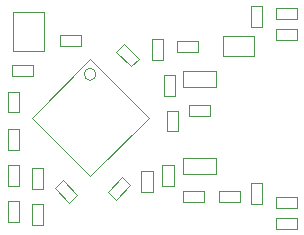
<source format=gbr>
%TF.GenerationSoftware,Altium Limited,Altium Designer,19.0.15 (446)*%
G04 Layer_Color=16711935*
%FSLAX45Y45*%
%MOMM*%
%TF.FileFunction,Other,Mechanical_13*%
%TF.Part,Single*%
G01*
G75*
%TA.AperFunction,NonConductor*%
%ADD45C,0.10000*%
D45*
X10096630Y6594556D02*
G03*
X10096630Y6594556I-50000J0D01*
G01*
X11621900Y6886700D02*
Y6981700D01*
X11796900Y6886700D02*
Y6981700D01*
X11621900D02*
X11796900D01*
X11621900Y6886700D02*
X11796900D01*
X9350500Y6273700D02*
X9445500D01*
X9350500Y6448700D02*
X9445500D01*
X9350500Y6273700D02*
Y6448700D01*
X9445500Y6273700D02*
Y6448700D01*
X9350500Y5652900D02*
X9445500D01*
X9350500Y5827900D02*
X9445500D01*
X9350500Y5652900D02*
Y5827900D01*
X9445500Y5652900D02*
Y5827900D01*
X9386700Y6581900D02*
Y6676900D01*
X9561700Y6581900D02*
Y6676900D01*
X9386700D02*
X9561700D01*
X9386700Y6581900D02*
X9561700D01*
X9553700Y5322700D02*
X9648700D01*
X9553700Y5497700D02*
X9648700D01*
X9553700Y5322700D02*
Y5497700D01*
X9648700Y5322700D02*
Y5497700D01*
X11407900Y5675500D02*
X11502900D01*
X11407900Y5500500D02*
X11502900D01*
Y5675500D01*
X11407900Y5500500D02*
Y5675500D01*
X11009500Y5515100D02*
Y5610100D01*
X10834500Y5515100D02*
Y5610100D01*
Y5515100D02*
X11009500D01*
X10834500Y5610100D02*
X11009500D01*
X10832800Y5886600D02*
X11112800D01*
X10832800Y5746600D02*
X11112800D01*
Y5886600D01*
X10832800Y5746600D02*
Y5886600D01*
X11407900Y7174100D02*
X11502900D01*
X11407900Y6999100D02*
X11502900D01*
Y7174100D01*
X11407900Y6999100D02*
Y7174100D01*
X10658600Y5652900D02*
X10753600D01*
X10658600Y5827900D02*
X10753600D01*
X10658600Y5652900D02*
Y5827900D01*
X10753600Y5652900D02*
Y5827900D01*
X11621900Y7064500D02*
Y7159500D01*
X11796900Y7064500D02*
Y7159500D01*
X11621900D02*
X11796900D01*
X11621900Y7064500D02*
X11796900D01*
X11796900Y5286500D02*
Y5381500D01*
X11621900Y5286500D02*
Y5381500D01*
Y5286500D02*
X11796900D01*
X11621900Y5381500D02*
X11796900D01*
X11621900Y5464300D02*
X11796900D01*
X11621900Y5559300D02*
X11796900D01*
Y5464300D02*
Y5559300D01*
X11621900Y5464300D02*
Y5559300D01*
X11314300Y5515100D02*
Y5610100D01*
X11139300Y5515100D02*
Y5610100D01*
Y5515100D02*
X11314300D01*
X11139300Y5610100D02*
X11314300D01*
X10696700Y6110500D02*
X10791700D01*
X10696700Y6285500D02*
X10791700D01*
X10696700Y6110500D02*
Y6285500D01*
X10791700Y6110500D02*
Y6285500D01*
X10389577Y6660941D02*
X10456752Y6728116D01*
X10265833Y6784684D02*
X10333009Y6851859D01*
X10265833Y6784684D02*
X10389577Y6660941D01*
X10333009Y6851859D02*
X10456752Y6728116D01*
X10832800Y6483200D02*
X11112800D01*
X10832800Y6623200D02*
X11112800D01*
X10832800Y6483200D02*
Y6623200D01*
X11112800Y6483200D02*
Y6623200D01*
X10671300Y6589900D02*
X10766300D01*
X10671300Y6414900D02*
X10766300D01*
Y6589900D01*
X10671300Y6414900D02*
Y6589900D01*
X10195123Y5597816D02*
X10262298Y5530641D01*
X10318867Y5721559D02*
X10386042Y5654384D01*
X10195123Y5597816D02*
X10318867Y5721559D01*
X10262298Y5530641D02*
X10386042Y5654384D01*
X9747041Y5628984D02*
X9814216Y5696159D01*
X9870784Y5505241D02*
X9937959Y5572416D01*
X9814216Y5696159D02*
X9937959Y5572416D01*
X9747041Y5628984D02*
X9870784Y5505241D01*
X11168000Y6917600D02*
X11438000D01*
X11168000Y6747600D02*
X11438000D01*
X11168000D02*
Y6917600D01*
X11438000Y6747600D02*
Y6917600D01*
X10885300Y6239000D02*
Y6334000D01*
X11060300Y6239000D02*
Y6334000D01*
X10885300D02*
X11060300D01*
X10885300Y6239000D02*
X11060300D01*
X10783700Y6785100D02*
Y6880100D01*
X10958700Y6785100D02*
Y6880100D01*
X10783700D02*
X10958700D01*
X10783700Y6785100D02*
X10958700D01*
X9968100Y6835900D02*
Y6930900D01*
X9793100Y6835900D02*
Y6930900D01*
Y6835900D02*
X9968100D01*
X9793100Y6930900D02*
X9968100D01*
X9350500Y5957700D02*
X9445500D01*
X9350500Y6132700D02*
X9445500D01*
X9350500Y5957700D02*
Y6132700D01*
X9445500Y5957700D02*
Y6132700D01*
X9350500Y5348100D02*
X9445500D01*
X9350500Y5523100D02*
X9445500D01*
X9350500Y5348100D02*
Y5523100D01*
X9445500Y5348100D02*
Y5523100D01*
X10569700Y6894700D02*
X10664700D01*
X10569700Y6719700D02*
X10664700D01*
Y6894700D01*
X10569700Y6719700D02*
Y6894700D01*
X10480800Y5602100D02*
X10575800D01*
X10480800Y5777100D02*
X10575800D01*
X10480800Y5602100D02*
Y5777100D01*
X10575800Y5602100D02*
Y5777100D01*
X9553700Y5627500D02*
X9648700D01*
X9553700Y5802500D02*
X9648700D01*
X9553700Y5627500D02*
Y5802500D01*
X9648700Y5627500D02*
Y5802500D01*
X9395000Y6794600D02*
Y7124600D01*
X9655000Y6794600D02*
Y7124600D01*
X9395000Y6794600D02*
X9655000D01*
X9395000Y7124600D02*
X9655000D01*
X9551656Y6226861D02*
X10046630Y5731886D01*
Y6721835D02*
X10541605Y6226861D01*
X10046630Y5731886D02*
X10541605Y6226861D01*
X9551656D02*
X10046630Y6721835D01*
%TF.MD5,5d805d3e8bab15ba80fe3bf2e29e1b0e*%
M02*

</source>
